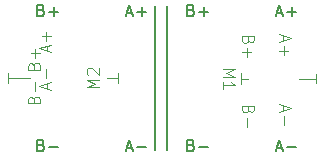
<source format=gbr>
%TF.GenerationSoftware,KiCad,Pcbnew,8.0.6*%
%TF.CreationDate,2024-12-13T22:42:48+00:00*%
%TF.ProjectId,StepperAdapterMount,53746570-7065-4724-9164-61707465724d,RevA*%
%TF.SameCoordinates,Original*%
%TF.FileFunction,Legend,Top*%
%TF.FilePolarity,Positive*%
%FSLAX46Y46*%
G04 Gerber Fmt 4.6, Leading zero omitted, Abs format (unit mm)*
G04 Created by KiCad (PCBNEW 8.0.6) date 2024-12-13 22:42:48*
%MOMM*%
%LPD*%
G01*
G04 APERTURE LIST*
%ADD10C,0.153000*%
%ADD11C,0.100000*%
G04 APERTURE END LIST*
D10*
X52178000Y-213456000D02*
X52178000Y-201264000D01*
X51162000Y-201264000D02*
X51162000Y-213456000D01*
X41547085Y-201625853D02*
X41689942Y-201673472D01*
X41689942Y-201673472D02*
X41737561Y-201721091D01*
X41737561Y-201721091D02*
X41785180Y-201816329D01*
X41785180Y-201816329D02*
X41785180Y-201959186D01*
X41785180Y-201959186D02*
X41737561Y-202054424D01*
X41737561Y-202054424D02*
X41689942Y-202102044D01*
X41689942Y-202102044D02*
X41594704Y-202149663D01*
X41594704Y-202149663D02*
X41213752Y-202149663D01*
X41213752Y-202149663D02*
X41213752Y-201149663D01*
X41213752Y-201149663D02*
X41547085Y-201149663D01*
X41547085Y-201149663D02*
X41642323Y-201197282D01*
X41642323Y-201197282D02*
X41689942Y-201244901D01*
X41689942Y-201244901D02*
X41737561Y-201340139D01*
X41737561Y-201340139D02*
X41737561Y-201435377D01*
X41737561Y-201435377D02*
X41689942Y-201530615D01*
X41689942Y-201530615D02*
X41642323Y-201578234D01*
X41642323Y-201578234D02*
X41547085Y-201625853D01*
X41547085Y-201625853D02*
X41213752Y-201625853D01*
X42213752Y-201768710D02*
X42975657Y-201768710D01*
X42594704Y-202149663D02*
X42594704Y-201387758D01*
X41547085Y-213055853D02*
X41689942Y-213103472D01*
X41689942Y-213103472D02*
X41737561Y-213151091D01*
X41737561Y-213151091D02*
X41785180Y-213246329D01*
X41785180Y-213246329D02*
X41785180Y-213389186D01*
X41785180Y-213389186D02*
X41737561Y-213484424D01*
X41737561Y-213484424D02*
X41689942Y-213532044D01*
X41689942Y-213532044D02*
X41594704Y-213579663D01*
X41594704Y-213579663D02*
X41213752Y-213579663D01*
X41213752Y-213579663D02*
X41213752Y-212579663D01*
X41213752Y-212579663D02*
X41547085Y-212579663D01*
X41547085Y-212579663D02*
X41642323Y-212627282D01*
X41642323Y-212627282D02*
X41689942Y-212674901D01*
X41689942Y-212674901D02*
X41737561Y-212770139D01*
X41737561Y-212770139D02*
X41737561Y-212865377D01*
X41737561Y-212865377D02*
X41689942Y-212960615D01*
X41689942Y-212960615D02*
X41642323Y-213008234D01*
X41642323Y-213008234D02*
X41547085Y-213055853D01*
X41547085Y-213055853D02*
X41213752Y-213055853D01*
X42213752Y-213198710D02*
X42975657Y-213198710D01*
X48786133Y-213293948D02*
X49262323Y-213293948D01*
X48690895Y-213579663D02*
X49024228Y-212579663D01*
X49024228Y-212579663D02*
X49357561Y-213579663D01*
X49690895Y-213198710D02*
X50452800Y-213198710D01*
X48786133Y-201863948D02*
X49262323Y-201863948D01*
X48690895Y-202149663D02*
X49024228Y-201149663D01*
X49024228Y-201149663D02*
X49357561Y-202149663D01*
X49690895Y-201768710D02*
X50452800Y-201768710D01*
X50071847Y-202149663D02*
X50071847Y-201387758D01*
X54247085Y-213055853D02*
X54389942Y-213103472D01*
X54389942Y-213103472D02*
X54437561Y-213151091D01*
X54437561Y-213151091D02*
X54485180Y-213246329D01*
X54485180Y-213246329D02*
X54485180Y-213389186D01*
X54485180Y-213389186D02*
X54437561Y-213484424D01*
X54437561Y-213484424D02*
X54389942Y-213532044D01*
X54389942Y-213532044D02*
X54294704Y-213579663D01*
X54294704Y-213579663D02*
X53913752Y-213579663D01*
X53913752Y-213579663D02*
X53913752Y-212579663D01*
X53913752Y-212579663D02*
X54247085Y-212579663D01*
X54247085Y-212579663D02*
X54342323Y-212627282D01*
X54342323Y-212627282D02*
X54389942Y-212674901D01*
X54389942Y-212674901D02*
X54437561Y-212770139D01*
X54437561Y-212770139D02*
X54437561Y-212865377D01*
X54437561Y-212865377D02*
X54389942Y-212960615D01*
X54389942Y-212960615D02*
X54342323Y-213008234D01*
X54342323Y-213008234D02*
X54247085Y-213055853D01*
X54247085Y-213055853D02*
X53913752Y-213055853D01*
X54913752Y-213198710D02*
X55675657Y-213198710D01*
X61486133Y-213293948D02*
X61962323Y-213293948D01*
X61390895Y-213579663D02*
X61724228Y-212579663D01*
X61724228Y-212579663D02*
X62057561Y-213579663D01*
X62390895Y-213198710D02*
X63152800Y-213198710D01*
X54247085Y-201625853D02*
X54389942Y-201673472D01*
X54389942Y-201673472D02*
X54437561Y-201721091D01*
X54437561Y-201721091D02*
X54485180Y-201816329D01*
X54485180Y-201816329D02*
X54485180Y-201959186D01*
X54485180Y-201959186D02*
X54437561Y-202054424D01*
X54437561Y-202054424D02*
X54389942Y-202102044D01*
X54389942Y-202102044D02*
X54294704Y-202149663D01*
X54294704Y-202149663D02*
X53913752Y-202149663D01*
X53913752Y-202149663D02*
X53913752Y-201149663D01*
X53913752Y-201149663D02*
X54247085Y-201149663D01*
X54247085Y-201149663D02*
X54342323Y-201197282D01*
X54342323Y-201197282D02*
X54389942Y-201244901D01*
X54389942Y-201244901D02*
X54437561Y-201340139D01*
X54437561Y-201340139D02*
X54437561Y-201435377D01*
X54437561Y-201435377D02*
X54389942Y-201530615D01*
X54389942Y-201530615D02*
X54342323Y-201578234D01*
X54342323Y-201578234D02*
X54247085Y-201625853D01*
X54247085Y-201625853D02*
X53913752Y-201625853D01*
X54913752Y-201768710D02*
X55675657Y-201768710D01*
X55294704Y-202149663D02*
X55294704Y-201387758D01*
X61486133Y-201863948D02*
X61962323Y-201863948D01*
X61390895Y-202149663D02*
X61724228Y-201149663D01*
X61724228Y-201149663D02*
X62057561Y-202149663D01*
X62390895Y-201768710D02*
X63152800Y-201768710D01*
X62771847Y-202149663D02*
X62771847Y-201387758D01*
D11*
X46412419Y-208169523D02*
X45412419Y-208169523D01*
X45412419Y-208169523D02*
X46126704Y-207836190D01*
X46126704Y-207836190D02*
X45412419Y-207502857D01*
X45412419Y-207502857D02*
X46412419Y-207502857D01*
X45507657Y-207074285D02*
X45460038Y-207026666D01*
X45460038Y-207026666D02*
X45412419Y-206931428D01*
X45412419Y-206931428D02*
X45412419Y-206693333D01*
X45412419Y-206693333D02*
X45460038Y-206598095D01*
X45460038Y-206598095D02*
X45507657Y-206550476D01*
X45507657Y-206550476D02*
X45602895Y-206502857D01*
X45602895Y-206502857D02*
X45698133Y-206502857D01*
X45698133Y-206502857D02*
X45840990Y-206550476D01*
X45840990Y-206550476D02*
X46412419Y-207121904D01*
X46412419Y-207121904D02*
X46412419Y-206502857D01*
X42051704Y-208253734D02*
X42051704Y-207777544D01*
X42337419Y-208348972D02*
X41337419Y-208015639D01*
X41337419Y-208015639D02*
X42337419Y-207682306D01*
X41956466Y-207348972D02*
X41956466Y-206587068D01*
X42051704Y-205103734D02*
X42051704Y-204627544D01*
X42337419Y-205198972D02*
X41337419Y-204865639D01*
X41337419Y-204865639D02*
X42337419Y-204532306D01*
X41956466Y-204198972D02*
X41956466Y-203437068D01*
X42337419Y-203818020D02*
X41575514Y-203818020D01*
X40913609Y-206322782D02*
X40961228Y-206179925D01*
X40961228Y-206179925D02*
X41008847Y-206132306D01*
X41008847Y-206132306D02*
X41104085Y-206084687D01*
X41104085Y-206084687D02*
X41246942Y-206084687D01*
X41246942Y-206084687D02*
X41342180Y-206132306D01*
X41342180Y-206132306D02*
X41389800Y-206179925D01*
X41389800Y-206179925D02*
X41437419Y-206275163D01*
X41437419Y-206275163D02*
X41437419Y-206656115D01*
X41437419Y-206656115D02*
X40437419Y-206656115D01*
X40437419Y-206656115D02*
X40437419Y-206322782D01*
X40437419Y-206322782D02*
X40485038Y-206227544D01*
X40485038Y-206227544D02*
X40532657Y-206179925D01*
X40532657Y-206179925D02*
X40627895Y-206132306D01*
X40627895Y-206132306D02*
X40723133Y-206132306D01*
X40723133Y-206132306D02*
X40818371Y-206179925D01*
X40818371Y-206179925D02*
X40865990Y-206227544D01*
X40865990Y-206227544D02*
X40913609Y-206322782D01*
X40913609Y-206322782D02*
X40913609Y-206656115D01*
X41056466Y-205656115D02*
X41056466Y-204894211D01*
X41437419Y-205275163D02*
X40675514Y-205275163D01*
X40913609Y-209172782D02*
X40961228Y-209029925D01*
X40961228Y-209029925D02*
X41008847Y-208982306D01*
X41008847Y-208982306D02*
X41104085Y-208934687D01*
X41104085Y-208934687D02*
X41246942Y-208934687D01*
X41246942Y-208934687D02*
X41342180Y-208982306D01*
X41342180Y-208982306D02*
X41389800Y-209029925D01*
X41389800Y-209029925D02*
X41437419Y-209125163D01*
X41437419Y-209125163D02*
X41437419Y-209506115D01*
X41437419Y-209506115D02*
X40437419Y-209506115D01*
X40437419Y-209506115D02*
X40437419Y-209172782D01*
X40437419Y-209172782D02*
X40485038Y-209077544D01*
X40485038Y-209077544D02*
X40532657Y-209029925D01*
X40532657Y-209029925D02*
X40627895Y-208982306D01*
X40627895Y-208982306D02*
X40723133Y-208982306D01*
X40723133Y-208982306D02*
X40818371Y-209029925D01*
X40818371Y-209029925D02*
X40865990Y-209077544D01*
X40865990Y-209077544D02*
X40913609Y-209172782D01*
X40913609Y-209172782D02*
X40913609Y-209506115D01*
X41056466Y-208506115D02*
X41056466Y-207744211D01*
X56927580Y-206600476D02*
X57927580Y-206600476D01*
X57927580Y-206600476D02*
X57213295Y-206933809D01*
X57213295Y-206933809D02*
X57927580Y-207267142D01*
X57927580Y-207267142D02*
X56927580Y-207267142D01*
X56927580Y-208267142D02*
X56927580Y-207695714D01*
X56927580Y-207981428D02*
X57927580Y-207981428D01*
X57927580Y-207981428D02*
X57784723Y-207886190D01*
X57784723Y-207886190D02*
X57689485Y-207790952D01*
X57689485Y-207790952D02*
X57641866Y-207695714D01*
X62003295Y-209666265D02*
X62003295Y-210142455D01*
X61717580Y-209571027D02*
X62717580Y-209904360D01*
X62717580Y-209904360D02*
X61717580Y-210237693D01*
X62098533Y-210571027D02*
X62098533Y-211332932D01*
X59091390Y-210047217D02*
X59043771Y-210190074D01*
X59043771Y-210190074D02*
X58996152Y-210237693D01*
X58996152Y-210237693D02*
X58900914Y-210285312D01*
X58900914Y-210285312D02*
X58758057Y-210285312D01*
X58758057Y-210285312D02*
X58662819Y-210237693D01*
X58662819Y-210237693D02*
X58615200Y-210190074D01*
X58615200Y-210190074D02*
X58567580Y-210094836D01*
X58567580Y-210094836D02*
X58567580Y-209713884D01*
X58567580Y-209713884D02*
X59567580Y-209713884D01*
X59567580Y-209713884D02*
X59567580Y-210047217D01*
X59567580Y-210047217D02*
X59519961Y-210142455D01*
X59519961Y-210142455D02*
X59472342Y-210190074D01*
X59472342Y-210190074D02*
X59377104Y-210237693D01*
X59377104Y-210237693D02*
X59281866Y-210237693D01*
X59281866Y-210237693D02*
X59186628Y-210190074D01*
X59186628Y-210190074D02*
X59139009Y-210142455D01*
X59139009Y-210142455D02*
X59091390Y-210047217D01*
X59091390Y-210047217D02*
X59091390Y-209713884D01*
X58948533Y-210713884D02*
X58948533Y-211475789D01*
X59091390Y-204147217D02*
X59043771Y-204290074D01*
X59043771Y-204290074D02*
X58996152Y-204337693D01*
X58996152Y-204337693D02*
X58900914Y-204385312D01*
X58900914Y-204385312D02*
X58758057Y-204385312D01*
X58758057Y-204385312D02*
X58662819Y-204337693D01*
X58662819Y-204337693D02*
X58615200Y-204290074D01*
X58615200Y-204290074D02*
X58567580Y-204194836D01*
X58567580Y-204194836D02*
X58567580Y-203813884D01*
X58567580Y-203813884D02*
X59567580Y-203813884D01*
X59567580Y-203813884D02*
X59567580Y-204147217D01*
X59567580Y-204147217D02*
X59519961Y-204242455D01*
X59519961Y-204242455D02*
X59472342Y-204290074D01*
X59472342Y-204290074D02*
X59377104Y-204337693D01*
X59377104Y-204337693D02*
X59281866Y-204337693D01*
X59281866Y-204337693D02*
X59186628Y-204290074D01*
X59186628Y-204290074D02*
X59139009Y-204242455D01*
X59139009Y-204242455D02*
X59091390Y-204147217D01*
X59091390Y-204147217D02*
X59091390Y-203813884D01*
X58948533Y-204813884D02*
X58948533Y-205575789D01*
X58567580Y-205194836D02*
X59329485Y-205194836D01*
X62003295Y-203766265D02*
X62003295Y-204242455D01*
X61717580Y-203671027D02*
X62717580Y-204004360D01*
X62717580Y-204004360D02*
X61717580Y-204337693D01*
X62098533Y-204671027D02*
X62098533Y-205432932D01*
X61717580Y-205051979D02*
X62479485Y-205051979D01*
%TO.C,M2*%
X48065000Y-207810000D02*
X48065000Y-206910000D01*
X48065000Y-207360000D02*
X47115000Y-207360000D01*
X38765000Y-207760000D02*
X38765000Y-206960000D01*
X38765000Y-207360000D02*
X40615000Y-207360000D01*
%TO.C,M1*%
X58490000Y-206910000D02*
X58490000Y-207860000D01*
X59040000Y-207410000D02*
X58490000Y-207410000D01*
X64790000Y-207060000D02*
X64790000Y-207760000D01*
X64790000Y-207410000D02*
X63390000Y-207410000D01*
%TD*%
M02*

</source>
